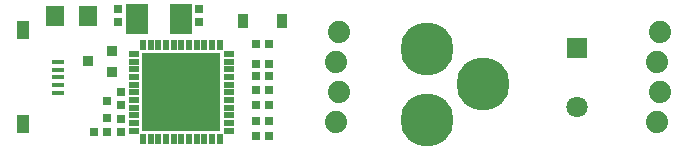
<source format=gts>
G04 (created by PCBNEW (2013-07-07 BZR 4022)-stable) date 4/25/2015 1:18:05 AM*
%MOIN*%
G04 Gerber Fmt 3.4, Leading zero omitted, Abs format*
%FSLAX34Y34*%
G01*
G70*
G90*
G04 APERTURE LIST*
%ADD10C,0.00590551*%
%ADD11R,0.0413X0.0157*%
%ADD12R,0.0433X0.059*%
%ADD13R,0.036X0.036*%
%ADD14R,0.038X0.05*%
%ADD15R,0.0371X0.0194*%
%ADD16R,0.0194X0.0371*%
%ADD17R,0.1336X0.1336*%
%ADD18R,0.063X0.071*%
%ADD19R,0.0314X0.0314*%
%ADD20R,0.0275X0.0315*%
%ADD21R,0.0315X0.0275*%
%ADD22R,0.0723291X0.0998882*%
%ADD23C,0.177165*%
%ADD24R,0.0708661X0.0708661*%
%ADD25C,0.0708661*%
%ADD26C,0.074*%
G04 APERTURE END LIST*
G54D10*
G54D11*
X44600Y-15889D03*
X44600Y-16145D03*
X44600Y-16400D03*
X44600Y-16655D03*
X44600Y-16911D03*
G54D12*
X43419Y-17974D03*
X43419Y-14826D03*
G54D13*
X46400Y-15525D03*
X46400Y-16225D03*
X45600Y-15875D03*
G54D14*
X50760Y-14515D03*
X52050Y-14515D03*
G54D15*
X50275Y-18180D03*
X50275Y-17924D03*
X50275Y-17412D03*
X50275Y-17156D03*
X50275Y-16900D03*
X50275Y-16644D03*
G54D16*
X49468Y-15325D03*
X49212Y-15325D03*
X48956Y-15325D03*
X48700Y-15325D03*
X48444Y-15325D03*
X48188Y-15325D03*
X47932Y-15325D03*
G54D15*
X50275Y-17668D03*
G54D17*
X49340Y-16260D03*
X49340Y-17540D03*
X48060Y-17540D03*
X48060Y-16260D03*
G54D15*
X47125Y-16132D03*
X47125Y-16388D03*
X47125Y-16644D03*
X47125Y-16900D03*
X47125Y-17156D03*
X47125Y-17412D03*
X47125Y-17668D03*
G54D16*
X47932Y-18475D03*
X48188Y-18475D03*
X48444Y-18475D03*
X48700Y-18475D03*
X48956Y-18475D03*
X49212Y-18475D03*
X49468Y-18475D03*
G54D15*
X50275Y-16388D03*
X50275Y-16132D03*
X50275Y-15876D03*
X50275Y-15620D03*
G54D16*
X49980Y-15325D03*
X49724Y-15325D03*
X47676Y-15325D03*
X47420Y-15325D03*
G54D15*
X47125Y-15620D03*
X47125Y-15876D03*
X47125Y-17924D03*
X47125Y-18180D03*
G54D16*
X47420Y-18475D03*
X47676Y-18475D03*
X49724Y-18475D03*
X49980Y-18475D03*
G54D18*
X44475Y-14350D03*
X45575Y-14350D03*
G54D19*
X46225Y-17770D03*
X46225Y-17180D03*
G54D20*
X46675Y-16884D03*
X46675Y-17316D03*
G54D21*
X51184Y-16825D03*
X51616Y-16825D03*
X51184Y-16350D03*
X51616Y-16350D03*
X51184Y-15950D03*
X51616Y-15950D03*
G54D20*
X46675Y-18216D03*
X46675Y-17784D03*
G54D21*
X51184Y-15300D03*
X51616Y-15300D03*
G54D20*
X46600Y-14566D03*
X46600Y-14134D03*
X49300Y-14134D03*
X49300Y-14566D03*
G54D21*
X51616Y-17325D03*
X51184Y-17325D03*
X45784Y-18225D03*
X46216Y-18225D03*
X51184Y-17850D03*
X51616Y-17850D03*
X51184Y-18350D03*
X51616Y-18350D03*
G54D22*
X47221Y-14450D03*
X48678Y-14450D03*
G54D23*
X56900Y-15459D03*
X56900Y-17821D03*
X58750Y-16640D03*
G54D24*
X61900Y-15415D03*
G54D25*
X61900Y-17384D03*
G54D26*
X53850Y-15900D03*
X53950Y-16900D03*
X53850Y-17900D03*
X53950Y-14900D03*
X64550Y-15900D03*
X64650Y-16900D03*
X64550Y-17900D03*
X64650Y-14900D03*
M02*

</source>
